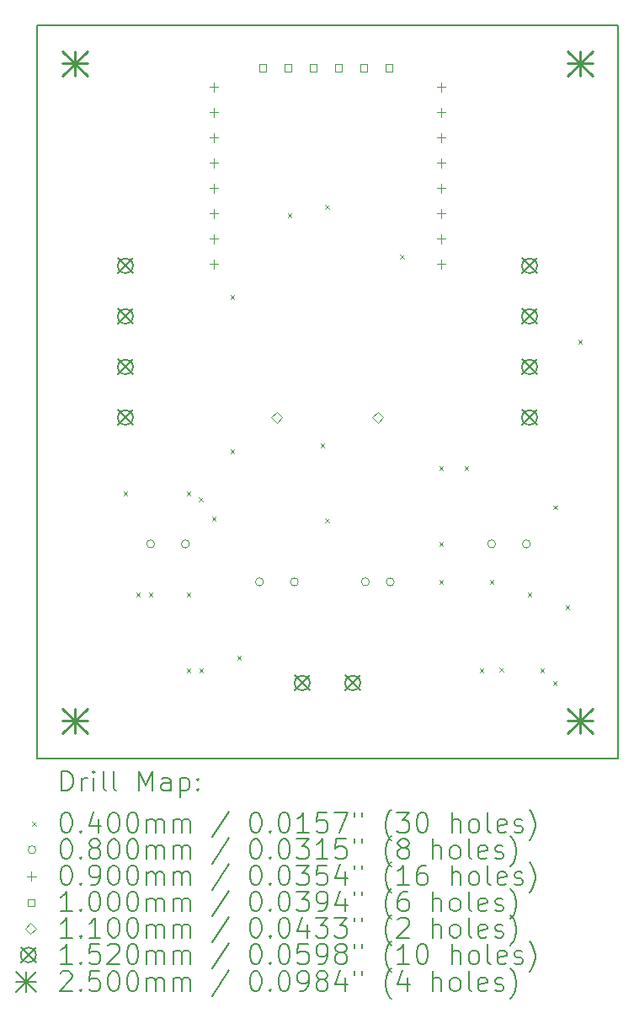
<source format=gbr>
%TF.GenerationSoftware,KiCad,Pcbnew,(6.0.8)*%
%TF.CreationDate,2022-12-02T13:55:46+01:00*%
%TF.ProjectId,xy-systeem,78792d73-7973-4746-9565-6d2e6b696361,rev?*%
%TF.SameCoordinates,Original*%
%TF.FileFunction,Drillmap*%
%TF.FilePolarity,Positive*%
%FSLAX45Y45*%
G04 Gerber Fmt 4.5, Leading zero omitted, Abs format (unit mm)*
G04 Created by KiCad (PCBNEW (6.0.8)) date 2022-12-02 13:55:46*
%MOMM*%
%LPD*%
G01*
G04 APERTURE LIST*
%ADD10C,0.200000*%
%ADD11C,0.040000*%
%ADD12C,0.080000*%
%ADD13C,0.090000*%
%ADD14C,0.100000*%
%ADD15C,0.110000*%
%ADD16C,0.152000*%
%ADD17C,0.250000*%
G04 APERTURE END LIST*
D10*
X11430000Y-14097000D02*
X17272000Y-14097000D01*
X17272000Y-14097000D02*
X17272000Y-6731000D01*
X17272000Y-6731000D02*
X11430000Y-6731000D01*
X11430000Y-6731000D02*
X11430000Y-14097000D01*
D11*
X12299000Y-11410000D02*
X12339000Y-11450000D01*
X12339000Y-11410000D02*
X12299000Y-11450000D01*
X12426000Y-12426000D02*
X12466000Y-12466000D01*
X12466000Y-12426000D02*
X12426000Y-12466000D01*
X12553000Y-12426000D02*
X12593000Y-12466000D01*
X12593000Y-12426000D02*
X12553000Y-12466000D01*
X12934000Y-11410000D02*
X12974000Y-11450000D01*
X12974000Y-11410000D02*
X12934000Y-11450000D01*
X12934000Y-12426000D02*
X12974000Y-12466000D01*
X12974000Y-12426000D02*
X12934000Y-12466000D01*
X12934000Y-13188000D02*
X12974000Y-13228000D01*
X12974000Y-13188000D02*
X12934000Y-13228000D01*
X13056413Y-11470421D02*
X13096413Y-11510421D01*
X13096413Y-11470421D02*
X13056413Y-11510421D01*
X13061000Y-13188000D02*
X13101000Y-13228000D01*
X13101000Y-13188000D02*
X13061000Y-13228000D01*
X13188000Y-11664000D02*
X13228000Y-11704000D01*
X13228000Y-11664000D02*
X13188000Y-11704000D01*
X13375460Y-9438460D02*
X13415460Y-9478460D01*
X13415460Y-9438460D02*
X13375460Y-9478460D01*
X13375460Y-10984540D02*
X13415460Y-11024540D01*
X13415460Y-10984540D02*
X13375460Y-11024540D01*
X13442000Y-13061000D02*
X13482000Y-13101000D01*
X13482000Y-13061000D02*
X13442000Y-13101000D01*
X13950000Y-8616000D02*
X13990000Y-8656000D01*
X13990000Y-8616000D02*
X13950000Y-8656000D01*
X14280000Y-10930000D02*
X14320000Y-10970000D01*
X14320000Y-10930000D02*
X14280000Y-10970000D01*
X14330000Y-8530000D02*
X14370000Y-8570000D01*
X14370000Y-8530000D02*
X14330000Y-8570000D01*
X14330000Y-11680000D02*
X14370000Y-11720000D01*
X14370000Y-11680000D02*
X14330000Y-11720000D01*
X15080000Y-9030000D02*
X15120000Y-9070000D01*
X15120000Y-9030000D02*
X15080000Y-9070000D01*
X15474000Y-11156000D02*
X15514000Y-11196000D01*
X15514000Y-11156000D02*
X15474000Y-11196000D01*
X15474000Y-11918000D02*
X15514000Y-11958000D01*
X15514000Y-11918000D02*
X15474000Y-11958000D01*
X15474000Y-12299000D02*
X15514000Y-12339000D01*
X15514000Y-12299000D02*
X15474000Y-12339000D01*
X15728000Y-11156000D02*
X15768000Y-11196000D01*
X15768000Y-11156000D02*
X15728000Y-11196000D01*
X15880000Y-13188000D02*
X15920000Y-13228000D01*
X15920000Y-13188000D02*
X15880000Y-13228000D01*
X15982000Y-12299000D02*
X16022000Y-12339000D01*
X16022000Y-12299000D02*
X15982000Y-12339000D01*
X16080000Y-13180000D02*
X16120000Y-13220000D01*
X16120000Y-13180000D02*
X16080000Y-13220000D01*
X16363000Y-12426000D02*
X16403000Y-12466000D01*
X16403000Y-12426000D02*
X16363000Y-12466000D01*
X16490000Y-13188000D02*
X16530000Y-13228000D01*
X16530000Y-13188000D02*
X16490000Y-13228000D01*
X16617000Y-13315000D02*
X16657000Y-13355000D01*
X16657000Y-13315000D02*
X16617000Y-13355000D01*
X16622061Y-11550912D02*
X16662061Y-11590912D01*
X16662061Y-11550912D02*
X16622061Y-11590912D01*
X16744000Y-12553000D02*
X16784000Y-12593000D01*
X16784000Y-12553000D02*
X16744000Y-12593000D01*
X16871000Y-9886000D02*
X16911000Y-9926000D01*
X16911000Y-9886000D02*
X16871000Y-9926000D01*
D12*
X12613000Y-11938000D02*
G75*
G03*
X12613000Y-11938000I-40000J0D01*
G01*
X12963000Y-11938000D02*
G75*
G03*
X12963000Y-11938000I-40000J0D01*
G01*
X13708000Y-12319000D02*
G75*
G03*
X13708000Y-12319000I-40000J0D01*
G01*
X14058000Y-12319000D02*
G75*
G03*
X14058000Y-12319000I-40000J0D01*
G01*
X14772000Y-12319000D02*
G75*
G03*
X14772000Y-12319000I-40000J0D01*
G01*
X15022000Y-12319000D02*
G75*
G03*
X15022000Y-12319000I-40000J0D01*
G01*
X16042000Y-11938000D02*
G75*
G03*
X16042000Y-11938000I-40000J0D01*
G01*
X16392000Y-11938000D02*
G75*
G03*
X16392000Y-11938000I-40000J0D01*
G01*
D13*
X13208000Y-7303000D02*
X13208000Y-7393000D01*
X13163000Y-7348000D02*
X13253000Y-7348000D01*
X13208000Y-7557000D02*
X13208000Y-7647000D01*
X13163000Y-7602000D02*
X13253000Y-7602000D01*
X13208000Y-7811000D02*
X13208000Y-7901000D01*
X13163000Y-7856000D02*
X13253000Y-7856000D01*
X13208000Y-8065000D02*
X13208000Y-8155000D01*
X13163000Y-8110000D02*
X13253000Y-8110000D01*
X13208000Y-8319000D02*
X13208000Y-8409000D01*
X13163000Y-8364000D02*
X13253000Y-8364000D01*
X13208000Y-8573000D02*
X13208000Y-8663000D01*
X13163000Y-8618000D02*
X13253000Y-8618000D01*
X13208000Y-8827000D02*
X13208000Y-8917000D01*
X13163000Y-8872000D02*
X13253000Y-8872000D01*
X13208000Y-9081000D02*
X13208000Y-9171000D01*
X13163000Y-9126000D02*
X13253000Y-9126000D01*
X15494000Y-7303000D02*
X15494000Y-7393000D01*
X15449000Y-7348000D02*
X15539000Y-7348000D01*
X15494000Y-7557000D02*
X15494000Y-7647000D01*
X15449000Y-7602000D02*
X15539000Y-7602000D01*
X15494000Y-7811000D02*
X15494000Y-7901000D01*
X15449000Y-7856000D02*
X15539000Y-7856000D01*
X15494000Y-8065000D02*
X15494000Y-8155000D01*
X15449000Y-8110000D02*
X15539000Y-8110000D01*
X15494000Y-8319000D02*
X15494000Y-8409000D01*
X15449000Y-8364000D02*
X15539000Y-8364000D01*
X15494000Y-8573000D02*
X15494000Y-8663000D01*
X15449000Y-8618000D02*
X15539000Y-8618000D01*
X15494000Y-8827000D02*
X15494000Y-8917000D01*
X15449000Y-8872000D02*
X15539000Y-8872000D01*
X15494000Y-9081000D02*
X15494000Y-9171000D01*
X15449000Y-9126000D02*
X15539000Y-9126000D01*
D14*
X13736724Y-7189542D02*
X13736724Y-7118830D01*
X13666012Y-7118830D01*
X13666012Y-7189542D01*
X13736724Y-7189542D01*
X13990724Y-7189542D02*
X13990724Y-7118830D01*
X13920012Y-7118830D01*
X13920012Y-7189542D01*
X13990724Y-7189542D01*
X14244724Y-7189542D02*
X14244724Y-7118830D01*
X14174012Y-7118830D01*
X14174012Y-7189542D01*
X14244724Y-7189542D01*
X14498724Y-7189542D02*
X14498724Y-7118830D01*
X14428012Y-7118830D01*
X14428012Y-7189542D01*
X14498724Y-7189542D01*
X14752724Y-7189542D02*
X14752724Y-7118830D01*
X14682012Y-7118830D01*
X14682012Y-7189542D01*
X14752724Y-7189542D01*
X15006724Y-7189542D02*
X15006724Y-7118830D01*
X14936012Y-7118830D01*
X14936012Y-7189542D01*
X15006724Y-7189542D01*
D15*
X13843000Y-10723000D02*
X13898000Y-10668000D01*
X13843000Y-10613000D01*
X13788000Y-10668000D01*
X13843000Y-10723000D01*
X14859000Y-10723000D02*
X14914000Y-10668000D01*
X14859000Y-10613000D01*
X14804000Y-10668000D01*
X14859000Y-10723000D01*
D16*
X12243000Y-9068000D02*
X12395000Y-9220000D01*
X12395000Y-9068000D02*
X12243000Y-9220000D01*
X12395000Y-9144000D02*
G75*
G03*
X12395000Y-9144000I-76000J0D01*
G01*
X12243000Y-9576000D02*
X12395000Y-9728000D01*
X12395000Y-9576000D02*
X12243000Y-9728000D01*
X12395000Y-9652000D02*
G75*
G03*
X12395000Y-9652000I-76000J0D01*
G01*
X12243000Y-10084000D02*
X12395000Y-10236000D01*
X12395000Y-10084000D02*
X12243000Y-10236000D01*
X12395000Y-10160000D02*
G75*
G03*
X12395000Y-10160000I-76000J0D01*
G01*
X12243000Y-10592000D02*
X12395000Y-10744000D01*
X12395000Y-10592000D02*
X12243000Y-10744000D01*
X12395000Y-10668000D02*
G75*
G03*
X12395000Y-10668000I-76000J0D01*
G01*
X14021000Y-13259000D02*
X14173000Y-13411000D01*
X14173000Y-13259000D02*
X14021000Y-13411000D01*
X14173000Y-13335000D02*
G75*
G03*
X14173000Y-13335000I-76000J0D01*
G01*
X14529000Y-13259000D02*
X14681000Y-13411000D01*
X14681000Y-13259000D02*
X14529000Y-13411000D01*
X14681000Y-13335000D02*
G75*
G03*
X14681000Y-13335000I-76000J0D01*
G01*
X16307000Y-9068000D02*
X16459000Y-9220000D01*
X16459000Y-9068000D02*
X16307000Y-9220000D01*
X16459000Y-9144000D02*
G75*
G03*
X16459000Y-9144000I-76000J0D01*
G01*
X16307000Y-9576000D02*
X16459000Y-9728000D01*
X16459000Y-9576000D02*
X16307000Y-9728000D01*
X16459000Y-9652000D02*
G75*
G03*
X16459000Y-9652000I-76000J0D01*
G01*
X16307000Y-10084000D02*
X16459000Y-10236000D01*
X16459000Y-10084000D02*
X16307000Y-10236000D01*
X16459000Y-10160000D02*
G75*
G03*
X16459000Y-10160000I-76000J0D01*
G01*
X16307000Y-10592000D02*
X16459000Y-10744000D01*
X16459000Y-10592000D02*
X16307000Y-10744000D01*
X16459000Y-10668000D02*
G75*
G03*
X16459000Y-10668000I-76000J0D01*
G01*
D17*
X11686000Y-6987000D02*
X11936000Y-7237000D01*
X11936000Y-6987000D02*
X11686000Y-7237000D01*
X11811000Y-6987000D02*
X11811000Y-7237000D01*
X11686000Y-7112000D02*
X11936000Y-7112000D01*
X11686000Y-13591000D02*
X11936000Y-13841000D01*
X11936000Y-13591000D02*
X11686000Y-13841000D01*
X11811000Y-13591000D02*
X11811000Y-13841000D01*
X11686000Y-13716000D02*
X11936000Y-13716000D01*
X16766000Y-6987000D02*
X17016000Y-7237000D01*
X17016000Y-6987000D02*
X16766000Y-7237000D01*
X16891000Y-6987000D02*
X16891000Y-7237000D01*
X16766000Y-7112000D02*
X17016000Y-7112000D01*
X16766000Y-13591000D02*
X17016000Y-13841000D01*
X17016000Y-13591000D02*
X16766000Y-13841000D01*
X16891000Y-13591000D02*
X16891000Y-13841000D01*
X16766000Y-13716000D02*
X17016000Y-13716000D01*
D10*
X11677619Y-14417476D02*
X11677619Y-14217476D01*
X11725238Y-14217476D01*
X11753809Y-14227000D01*
X11772857Y-14246048D01*
X11782381Y-14265095D01*
X11791905Y-14303190D01*
X11791905Y-14331762D01*
X11782381Y-14369857D01*
X11772857Y-14388905D01*
X11753809Y-14407952D01*
X11725238Y-14417476D01*
X11677619Y-14417476D01*
X11877619Y-14417476D02*
X11877619Y-14284143D01*
X11877619Y-14322238D02*
X11887143Y-14303190D01*
X11896667Y-14293667D01*
X11915714Y-14284143D01*
X11934762Y-14284143D01*
X12001428Y-14417476D02*
X12001428Y-14284143D01*
X12001428Y-14217476D02*
X11991905Y-14227000D01*
X12001428Y-14236524D01*
X12010952Y-14227000D01*
X12001428Y-14217476D01*
X12001428Y-14236524D01*
X12125238Y-14417476D02*
X12106190Y-14407952D01*
X12096667Y-14388905D01*
X12096667Y-14217476D01*
X12230000Y-14417476D02*
X12210952Y-14407952D01*
X12201428Y-14388905D01*
X12201428Y-14217476D01*
X12458571Y-14417476D02*
X12458571Y-14217476D01*
X12525238Y-14360333D01*
X12591905Y-14217476D01*
X12591905Y-14417476D01*
X12772857Y-14417476D02*
X12772857Y-14312714D01*
X12763333Y-14293667D01*
X12744286Y-14284143D01*
X12706190Y-14284143D01*
X12687143Y-14293667D01*
X12772857Y-14407952D02*
X12753809Y-14417476D01*
X12706190Y-14417476D01*
X12687143Y-14407952D01*
X12677619Y-14388905D01*
X12677619Y-14369857D01*
X12687143Y-14350809D01*
X12706190Y-14341286D01*
X12753809Y-14341286D01*
X12772857Y-14331762D01*
X12868095Y-14284143D02*
X12868095Y-14484143D01*
X12868095Y-14293667D02*
X12887143Y-14284143D01*
X12925238Y-14284143D01*
X12944286Y-14293667D01*
X12953809Y-14303190D01*
X12963333Y-14322238D01*
X12963333Y-14379381D01*
X12953809Y-14398428D01*
X12944286Y-14407952D01*
X12925238Y-14417476D01*
X12887143Y-14417476D01*
X12868095Y-14407952D01*
X13049048Y-14398428D02*
X13058571Y-14407952D01*
X13049048Y-14417476D01*
X13039524Y-14407952D01*
X13049048Y-14398428D01*
X13049048Y-14417476D01*
X13049048Y-14293667D02*
X13058571Y-14303190D01*
X13049048Y-14312714D01*
X13039524Y-14303190D01*
X13049048Y-14293667D01*
X13049048Y-14312714D01*
D11*
X11380000Y-14727000D02*
X11420000Y-14767000D01*
X11420000Y-14727000D02*
X11380000Y-14767000D01*
D10*
X11715714Y-14637476D02*
X11734762Y-14637476D01*
X11753809Y-14647000D01*
X11763333Y-14656524D01*
X11772857Y-14675571D01*
X11782381Y-14713667D01*
X11782381Y-14761286D01*
X11772857Y-14799381D01*
X11763333Y-14818428D01*
X11753809Y-14827952D01*
X11734762Y-14837476D01*
X11715714Y-14837476D01*
X11696667Y-14827952D01*
X11687143Y-14818428D01*
X11677619Y-14799381D01*
X11668095Y-14761286D01*
X11668095Y-14713667D01*
X11677619Y-14675571D01*
X11687143Y-14656524D01*
X11696667Y-14647000D01*
X11715714Y-14637476D01*
X11868095Y-14818428D02*
X11877619Y-14827952D01*
X11868095Y-14837476D01*
X11858571Y-14827952D01*
X11868095Y-14818428D01*
X11868095Y-14837476D01*
X12049048Y-14704143D02*
X12049048Y-14837476D01*
X12001428Y-14627952D02*
X11953809Y-14770809D01*
X12077619Y-14770809D01*
X12191905Y-14637476D02*
X12210952Y-14637476D01*
X12230000Y-14647000D01*
X12239524Y-14656524D01*
X12249048Y-14675571D01*
X12258571Y-14713667D01*
X12258571Y-14761286D01*
X12249048Y-14799381D01*
X12239524Y-14818428D01*
X12230000Y-14827952D01*
X12210952Y-14837476D01*
X12191905Y-14837476D01*
X12172857Y-14827952D01*
X12163333Y-14818428D01*
X12153809Y-14799381D01*
X12144286Y-14761286D01*
X12144286Y-14713667D01*
X12153809Y-14675571D01*
X12163333Y-14656524D01*
X12172857Y-14647000D01*
X12191905Y-14637476D01*
X12382381Y-14637476D02*
X12401428Y-14637476D01*
X12420476Y-14647000D01*
X12430000Y-14656524D01*
X12439524Y-14675571D01*
X12449048Y-14713667D01*
X12449048Y-14761286D01*
X12439524Y-14799381D01*
X12430000Y-14818428D01*
X12420476Y-14827952D01*
X12401428Y-14837476D01*
X12382381Y-14837476D01*
X12363333Y-14827952D01*
X12353809Y-14818428D01*
X12344286Y-14799381D01*
X12334762Y-14761286D01*
X12334762Y-14713667D01*
X12344286Y-14675571D01*
X12353809Y-14656524D01*
X12363333Y-14647000D01*
X12382381Y-14637476D01*
X12534762Y-14837476D02*
X12534762Y-14704143D01*
X12534762Y-14723190D02*
X12544286Y-14713667D01*
X12563333Y-14704143D01*
X12591905Y-14704143D01*
X12610952Y-14713667D01*
X12620476Y-14732714D01*
X12620476Y-14837476D01*
X12620476Y-14732714D02*
X12630000Y-14713667D01*
X12649048Y-14704143D01*
X12677619Y-14704143D01*
X12696667Y-14713667D01*
X12706190Y-14732714D01*
X12706190Y-14837476D01*
X12801428Y-14837476D02*
X12801428Y-14704143D01*
X12801428Y-14723190D02*
X12810952Y-14713667D01*
X12830000Y-14704143D01*
X12858571Y-14704143D01*
X12877619Y-14713667D01*
X12887143Y-14732714D01*
X12887143Y-14837476D01*
X12887143Y-14732714D02*
X12896667Y-14713667D01*
X12915714Y-14704143D01*
X12944286Y-14704143D01*
X12963333Y-14713667D01*
X12972857Y-14732714D01*
X12972857Y-14837476D01*
X13363333Y-14627952D02*
X13191905Y-14885095D01*
X13620476Y-14637476D02*
X13639524Y-14637476D01*
X13658571Y-14647000D01*
X13668095Y-14656524D01*
X13677619Y-14675571D01*
X13687143Y-14713667D01*
X13687143Y-14761286D01*
X13677619Y-14799381D01*
X13668095Y-14818428D01*
X13658571Y-14827952D01*
X13639524Y-14837476D01*
X13620476Y-14837476D01*
X13601428Y-14827952D01*
X13591905Y-14818428D01*
X13582381Y-14799381D01*
X13572857Y-14761286D01*
X13572857Y-14713667D01*
X13582381Y-14675571D01*
X13591905Y-14656524D01*
X13601428Y-14647000D01*
X13620476Y-14637476D01*
X13772857Y-14818428D02*
X13782381Y-14827952D01*
X13772857Y-14837476D01*
X13763333Y-14827952D01*
X13772857Y-14818428D01*
X13772857Y-14837476D01*
X13906190Y-14637476D02*
X13925238Y-14637476D01*
X13944286Y-14647000D01*
X13953809Y-14656524D01*
X13963333Y-14675571D01*
X13972857Y-14713667D01*
X13972857Y-14761286D01*
X13963333Y-14799381D01*
X13953809Y-14818428D01*
X13944286Y-14827952D01*
X13925238Y-14837476D01*
X13906190Y-14837476D01*
X13887143Y-14827952D01*
X13877619Y-14818428D01*
X13868095Y-14799381D01*
X13858571Y-14761286D01*
X13858571Y-14713667D01*
X13868095Y-14675571D01*
X13877619Y-14656524D01*
X13887143Y-14647000D01*
X13906190Y-14637476D01*
X14163333Y-14837476D02*
X14049048Y-14837476D01*
X14106190Y-14837476D02*
X14106190Y-14637476D01*
X14087143Y-14666048D01*
X14068095Y-14685095D01*
X14049048Y-14694619D01*
X14344286Y-14637476D02*
X14249048Y-14637476D01*
X14239524Y-14732714D01*
X14249048Y-14723190D01*
X14268095Y-14713667D01*
X14315714Y-14713667D01*
X14334762Y-14723190D01*
X14344286Y-14732714D01*
X14353809Y-14751762D01*
X14353809Y-14799381D01*
X14344286Y-14818428D01*
X14334762Y-14827952D01*
X14315714Y-14837476D01*
X14268095Y-14837476D01*
X14249048Y-14827952D01*
X14239524Y-14818428D01*
X14420476Y-14637476D02*
X14553809Y-14637476D01*
X14468095Y-14837476D01*
X14620476Y-14637476D02*
X14620476Y-14675571D01*
X14696667Y-14637476D02*
X14696667Y-14675571D01*
X14991905Y-14913667D02*
X14982381Y-14904143D01*
X14963333Y-14875571D01*
X14953809Y-14856524D01*
X14944286Y-14827952D01*
X14934762Y-14780333D01*
X14934762Y-14742238D01*
X14944286Y-14694619D01*
X14953809Y-14666048D01*
X14963333Y-14647000D01*
X14982381Y-14618428D01*
X14991905Y-14608905D01*
X15049048Y-14637476D02*
X15172857Y-14637476D01*
X15106190Y-14713667D01*
X15134762Y-14713667D01*
X15153809Y-14723190D01*
X15163333Y-14732714D01*
X15172857Y-14751762D01*
X15172857Y-14799381D01*
X15163333Y-14818428D01*
X15153809Y-14827952D01*
X15134762Y-14837476D01*
X15077619Y-14837476D01*
X15058571Y-14827952D01*
X15049048Y-14818428D01*
X15296667Y-14637476D02*
X15315714Y-14637476D01*
X15334762Y-14647000D01*
X15344286Y-14656524D01*
X15353809Y-14675571D01*
X15363333Y-14713667D01*
X15363333Y-14761286D01*
X15353809Y-14799381D01*
X15344286Y-14818428D01*
X15334762Y-14827952D01*
X15315714Y-14837476D01*
X15296667Y-14837476D01*
X15277619Y-14827952D01*
X15268095Y-14818428D01*
X15258571Y-14799381D01*
X15249048Y-14761286D01*
X15249048Y-14713667D01*
X15258571Y-14675571D01*
X15268095Y-14656524D01*
X15277619Y-14647000D01*
X15296667Y-14637476D01*
X15601428Y-14837476D02*
X15601428Y-14637476D01*
X15687143Y-14837476D02*
X15687143Y-14732714D01*
X15677619Y-14713667D01*
X15658571Y-14704143D01*
X15630000Y-14704143D01*
X15610952Y-14713667D01*
X15601428Y-14723190D01*
X15810952Y-14837476D02*
X15791905Y-14827952D01*
X15782381Y-14818428D01*
X15772857Y-14799381D01*
X15772857Y-14742238D01*
X15782381Y-14723190D01*
X15791905Y-14713667D01*
X15810952Y-14704143D01*
X15839524Y-14704143D01*
X15858571Y-14713667D01*
X15868095Y-14723190D01*
X15877619Y-14742238D01*
X15877619Y-14799381D01*
X15868095Y-14818428D01*
X15858571Y-14827952D01*
X15839524Y-14837476D01*
X15810952Y-14837476D01*
X15991905Y-14837476D02*
X15972857Y-14827952D01*
X15963333Y-14808905D01*
X15963333Y-14637476D01*
X16144286Y-14827952D02*
X16125238Y-14837476D01*
X16087143Y-14837476D01*
X16068095Y-14827952D01*
X16058571Y-14808905D01*
X16058571Y-14732714D01*
X16068095Y-14713667D01*
X16087143Y-14704143D01*
X16125238Y-14704143D01*
X16144286Y-14713667D01*
X16153809Y-14732714D01*
X16153809Y-14751762D01*
X16058571Y-14770809D01*
X16230000Y-14827952D02*
X16249048Y-14837476D01*
X16287143Y-14837476D01*
X16306190Y-14827952D01*
X16315714Y-14808905D01*
X16315714Y-14799381D01*
X16306190Y-14780333D01*
X16287143Y-14770809D01*
X16258571Y-14770809D01*
X16239524Y-14761286D01*
X16230000Y-14742238D01*
X16230000Y-14732714D01*
X16239524Y-14713667D01*
X16258571Y-14704143D01*
X16287143Y-14704143D01*
X16306190Y-14713667D01*
X16382381Y-14913667D02*
X16391905Y-14904143D01*
X16410952Y-14875571D01*
X16420476Y-14856524D01*
X16430000Y-14827952D01*
X16439524Y-14780333D01*
X16439524Y-14742238D01*
X16430000Y-14694619D01*
X16420476Y-14666048D01*
X16410952Y-14647000D01*
X16391905Y-14618428D01*
X16382381Y-14608905D01*
D12*
X11420000Y-15011000D02*
G75*
G03*
X11420000Y-15011000I-40000J0D01*
G01*
D10*
X11715714Y-14901476D02*
X11734762Y-14901476D01*
X11753809Y-14911000D01*
X11763333Y-14920524D01*
X11772857Y-14939571D01*
X11782381Y-14977667D01*
X11782381Y-15025286D01*
X11772857Y-15063381D01*
X11763333Y-15082428D01*
X11753809Y-15091952D01*
X11734762Y-15101476D01*
X11715714Y-15101476D01*
X11696667Y-15091952D01*
X11687143Y-15082428D01*
X11677619Y-15063381D01*
X11668095Y-15025286D01*
X11668095Y-14977667D01*
X11677619Y-14939571D01*
X11687143Y-14920524D01*
X11696667Y-14911000D01*
X11715714Y-14901476D01*
X11868095Y-15082428D02*
X11877619Y-15091952D01*
X11868095Y-15101476D01*
X11858571Y-15091952D01*
X11868095Y-15082428D01*
X11868095Y-15101476D01*
X11991905Y-14987190D02*
X11972857Y-14977667D01*
X11963333Y-14968143D01*
X11953809Y-14949095D01*
X11953809Y-14939571D01*
X11963333Y-14920524D01*
X11972857Y-14911000D01*
X11991905Y-14901476D01*
X12030000Y-14901476D01*
X12049048Y-14911000D01*
X12058571Y-14920524D01*
X12068095Y-14939571D01*
X12068095Y-14949095D01*
X12058571Y-14968143D01*
X12049048Y-14977667D01*
X12030000Y-14987190D01*
X11991905Y-14987190D01*
X11972857Y-14996714D01*
X11963333Y-15006238D01*
X11953809Y-15025286D01*
X11953809Y-15063381D01*
X11963333Y-15082428D01*
X11972857Y-15091952D01*
X11991905Y-15101476D01*
X12030000Y-15101476D01*
X12049048Y-15091952D01*
X12058571Y-15082428D01*
X12068095Y-15063381D01*
X12068095Y-15025286D01*
X12058571Y-15006238D01*
X12049048Y-14996714D01*
X12030000Y-14987190D01*
X12191905Y-14901476D02*
X12210952Y-14901476D01*
X12230000Y-14911000D01*
X12239524Y-14920524D01*
X12249048Y-14939571D01*
X12258571Y-14977667D01*
X12258571Y-15025286D01*
X12249048Y-15063381D01*
X12239524Y-15082428D01*
X12230000Y-15091952D01*
X12210952Y-15101476D01*
X12191905Y-15101476D01*
X12172857Y-15091952D01*
X12163333Y-15082428D01*
X12153809Y-15063381D01*
X12144286Y-15025286D01*
X12144286Y-14977667D01*
X12153809Y-14939571D01*
X12163333Y-14920524D01*
X12172857Y-14911000D01*
X12191905Y-14901476D01*
X12382381Y-14901476D02*
X12401428Y-14901476D01*
X12420476Y-14911000D01*
X12430000Y-14920524D01*
X12439524Y-14939571D01*
X12449048Y-14977667D01*
X12449048Y-15025286D01*
X12439524Y-15063381D01*
X12430000Y-15082428D01*
X12420476Y-15091952D01*
X12401428Y-15101476D01*
X12382381Y-15101476D01*
X12363333Y-15091952D01*
X12353809Y-15082428D01*
X12344286Y-15063381D01*
X12334762Y-15025286D01*
X12334762Y-14977667D01*
X12344286Y-14939571D01*
X12353809Y-14920524D01*
X12363333Y-14911000D01*
X12382381Y-14901476D01*
X12534762Y-15101476D02*
X12534762Y-14968143D01*
X12534762Y-14987190D02*
X12544286Y-14977667D01*
X12563333Y-14968143D01*
X12591905Y-14968143D01*
X12610952Y-14977667D01*
X12620476Y-14996714D01*
X12620476Y-15101476D01*
X12620476Y-14996714D02*
X12630000Y-14977667D01*
X12649048Y-14968143D01*
X12677619Y-14968143D01*
X12696667Y-14977667D01*
X12706190Y-14996714D01*
X12706190Y-15101476D01*
X12801428Y-15101476D02*
X12801428Y-14968143D01*
X12801428Y-14987190D02*
X12810952Y-14977667D01*
X12830000Y-14968143D01*
X12858571Y-14968143D01*
X12877619Y-14977667D01*
X12887143Y-14996714D01*
X12887143Y-15101476D01*
X12887143Y-14996714D02*
X12896667Y-14977667D01*
X12915714Y-14968143D01*
X12944286Y-14968143D01*
X12963333Y-14977667D01*
X12972857Y-14996714D01*
X12972857Y-15101476D01*
X13363333Y-14891952D02*
X13191905Y-15149095D01*
X13620476Y-14901476D02*
X13639524Y-14901476D01*
X13658571Y-14911000D01*
X13668095Y-14920524D01*
X13677619Y-14939571D01*
X13687143Y-14977667D01*
X13687143Y-15025286D01*
X13677619Y-15063381D01*
X13668095Y-15082428D01*
X13658571Y-15091952D01*
X13639524Y-15101476D01*
X13620476Y-15101476D01*
X13601428Y-15091952D01*
X13591905Y-15082428D01*
X13582381Y-15063381D01*
X13572857Y-15025286D01*
X13572857Y-14977667D01*
X13582381Y-14939571D01*
X13591905Y-14920524D01*
X13601428Y-14911000D01*
X13620476Y-14901476D01*
X13772857Y-15082428D02*
X13782381Y-15091952D01*
X13772857Y-15101476D01*
X13763333Y-15091952D01*
X13772857Y-15082428D01*
X13772857Y-15101476D01*
X13906190Y-14901476D02*
X13925238Y-14901476D01*
X13944286Y-14911000D01*
X13953809Y-14920524D01*
X13963333Y-14939571D01*
X13972857Y-14977667D01*
X13972857Y-15025286D01*
X13963333Y-15063381D01*
X13953809Y-15082428D01*
X13944286Y-15091952D01*
X13925238Y-15101476D01*
X13906190Y-15101476D01*
X13887143Y-15091952D01*
X13877619Y-15082428D01*
X13868095Y-15063381D01*
X13858571Y-15025286D01*
X13858571Y-14977667D01*
X13868095Y-14939571D01*
X13877619Y-14920524D01*
X13887143Y-14911000D01*
X13906190Y-14901476D01*
X14039524Y-14901476D02*
X14163333Y-14901476D01*
X14096667Y-14977667D01*
X14125238Y-14977667D01*
X14144286Y-14987190D01*
X14153809Y-14996714D01*
X14163333Y-15015762D01*
X14163333Y-15063381D01*
X14153809Y-15082428D01*
X14144286Y-15091952D01*
X14125238Y-15101476D01*
X14068095Y-15101476D01*
X14049048Y-15091952D01*
X14039524Y-15082428D01*
X14353809Y-15101476D02*
X14239524Y-15101476D01*
X14296667Y-15101476D02*
X14296667Y-14901476D01*
X14277619Y-14930048D01*
X14258571Y-14949095D01*
X14239524Y-14958619D01*
X14534762Y-14901476D02*
X14439524Y-14901476D01*
X14430000Y-14996714D01*
X14439524Y-14987190D01*
X14458571Y-14977667D01*
X14506190Y-14977667D01*
X14525238Y-14987190D01*
X14534762Y-14996714D01*
X14544286Y-15015762D01*
X14544286Y-15063381D01*
X14534762Y-15082428D01*
X14525238Y-15091952D01*
X14506190Y-15101476D01*
X14458571Y-15101476D01*
X14439524Y-15091952D01*
X14430000Y-15082428D01*
X14620476Y-14901476D02*
X14620476Y-14939571D01*
X14696667Y-14901476D02*
X14696667Y-14939571D01*
X14991905Y-15177667D02*
X14982381Y-15168143D01*
X14963333Y-15139571D01*
X14953809Y-15120524D01*
X14944286Y-15091952D01*
X14934762Y-15044333D01*
X14934762Y-15006238D01*
X14944286Y-14958619D01*
X14953809Y-14930048D01*
X14963333Y-14911000D01*
X14982381Y-14882428D01*
X14991905Y-14872905D01*
X15096667Y-14987190D02*
X15077619Y-14977667D01*
X15068095Y-14968143D01*
X15058571Y-14949095D01*
X15058571Y-14939571D01*
X15068095Y-14920524D01*
X15077619Y-14911000D01*
X15096667Y-14901476D01*
X15134762Y-14901476D01*
X15153809Y-14911000D01*
X15163333Y-14920524D01*
X15172857Y-14939571D01*
X15172857Y-14949095D01*
X15163333Y-14968143D01*
X15153809Y-14977667D01*
X15134762Y-14987190D01*
X15096667Y-14987190D01*
X15077619Y-14996714D01*
X15068095Y-15006238D01*
X15058571Y-15025286D01*
X15058571Y-15063381D01*
X15068095Y-15082428D01*
X15077619Y-15091952D01*
X15096667Y-15101476D01*
X15134762Y-15101476D01*
X15153809Y-15091952D01*
X15163333Y-15082428D01*
X15172857Y-15063381D01*
X15172857Y-15025286D01*
X15163333Y-15006238D01*
X15153809Y-14996714D01*
X15134762Y-14987190D01*
X15410952Y-15101476D02*
X15410952Y-14901476D01*
X15496667Y-15101476D02*
X15496667Y-14996714D01*
X15487143Y-14977667D01*
X15468095Y-14968143D01*
X15439524Y-14968143D01*
X15420476Y-14977667D01*
X15410952Y-14987190D01*
X15620476Y-15101476D02*
X15601428Y-15091952D01*
X15591905Y-15082428D01*
X15582381Y-15063381D01*
X15582381Y-15006238D01*
X15591905Y-14987190D01*
X15601428Y-14977667D01*
X15620476Y-14968143D01*
X15649048Y-14968143D01*
X15668095Y-14977667D01*
X15677619Y-14987190D01*
X15687143Y-15006238D01*
X15687143Y-15063381D01*
X15677619Y-15082428D01*
X15668095Y-15091952D01*
X15649048Y-15101476D01*
X15620476Y-15101476D01*
X15801428Y-15101476D02*
X15782381Y-15091952D01*
X15772857Y-15072905D01*
X15772857Y-14901476D01*
X15953809Y-15091952D02*
X15934762Y-15101476D01*
X15896667Y-15101476D01*
X15877619Y-15091952D01*
X15868095Y-15072905D01*
X15868095Y-14996714D01*
X15877619Y-14977667D01*
X15896667Y-14968143D01*
X15934762Y-14968143D01*
X15953809Y-14977667D01*
X15963333Y-14996714D01*
X15963333Y-15015762D01*
X15868095Y-15034809D01*
X16039524Y-15091952D02*
X16058571Y-15101476D01*
X16096667Y-15101476D01*
X16115714Y-15091952D01*
X16125238Y-15072905D01*
X16125238Y-15063381D01*
X16115714Y-15044333D01*
X16096667Y-15034809D01*
X16068095Y-15034809D01*
X16049048Y-15025286D01*
X16039524Y-15006238D01*
X16039524Y-14996714D01*
X16049048Y-14977667D01*
X16068095Y-14968143D01*
X16096667Y-14968143D01*
X16115714Y-14977667D01*
X16191905Y-15177667D02*
X16201428Y-15168143D01*
X16220476Y-15139571D01*
X16230000Y-15120524D01*
X16239524Y-15091952D01*
X16249048Y-15044333D01*
X16249048Y-15006238D01*
X16239524Y-14958619D01*
X16230000Y-14930048D01*
X16220476Y-14911000D01*
X16201428Y-14882428D01*
X16191905Y-14872905D01*
D13*
X11375000Y-15230000D02*
X11375000Y-15320000D01*
X11330000Y-15275000D02*
X11420000Y-15275000D01*
D10*
X11715714Y-15165476D02*
X11734762Y-15165476D01*
X11753809Y-15175000D01*
X11763333Y-15184524D01*
X11772857Y-15203571D01*
X11782381Y-15241667D01*
X11782381Y-15289286D01*
X11772857Y-15327381D01*
X11763333Y-15346428D01*
X11753809Y-15355952D01*
X11734762Y-15365476D01*
X11715714Y-15365476D01*
X11696667Y-15355952D01*
X11687143Y-15346428D01*
X11677619Y-15327381D01*
X11668095Y-15289286D01*
X11668095Y-15241667D01*
X11677619Y-15203571D01*
X11687143Y-15184524D01*
X11696667Y-15175000D01*
X11715714Y-15165476D01*
X11868095Y-15346428D02*
X11877619Y-15355952D01*
X11868095Y-15365476D01*
X11858571Y-15355952D01*
X11868095Y-15346428D01*
X11868095Y-15365476D01*
X11972857Y-15365476D02*
X12010952Y-15365476D01*
X12030000Y-15355952D01*
X12039524Y-15346428D01*
X12058571Y-15317857D01*
X12068095Y-15279762D01*
X12068095Y-15203571D01*
X12058571Y-15184524D01*
X12049048Y-15175000D01*
X12030000Y-15165476D01*
X11991905Y-15165476D01*
X11972857Y-15175000D01*
X11963333Y-15184524D01*
X11953809Y-15203571D01*
X11953809Y-15251190D01*
X11963333Y-15270238D01*
X11972857Y-15279762D01*
X11991905Y-15289286D01*
X12030000Y-15289286D01*
X12049048Y-15279762D01*
X12058571Y-15270238D01*
X12068095Y-15251190D01*
X12191905Y-15165476D02*
X12210952Y-15165476D01*
X12230000Y-15175000D01*
X12239524Y-15184524D01*
X12249048Y-15203571D01*
X12258571Y-15241667D01*
X12258571Y-15289286D01*
X12249048Y-15327381D01*
X12239524Y-15346428D01*
X12230000Y-15355952D01*
X12210952Y-15365476D01*
X12191905Y-15365476D01*
X12172857Y-15355952D01*
X12163333Y-15346428D01*
X12153809Y-15327381D01*
X12144286Y-15289286D01*
X12144286Y-15241667D01*
X12153809Y-15203571D01*
X12163333Y-15184524D01*
X12172857Y-15175000D01*
X12191905Y-15165476D01*
X12382381Y-15165476D02*
X12401428Y-15165476D01*
X12420476Y-15175000D01*
X12430000Y-15184524D01*
X12439524Y-15203571D01*
X12449048Y-15241667D01*
X12449048Y-15289286D01*
X12439524Y-15327381D01*
X12430000Y-15346428D01*
X12420476Y-15355952D01*
X12401428Y-15365476D01*
X12382381Y-15365476D01*
X12363333Y-15355952D01*
X12353809Y-15346428D01*
X12344286Y-15327381D01*
X12334762Y-15289286D01*
X12334762Y-15241667D01*
X12344286Y-15203571D01*
X12353809Y-15184524D01*
X12363333Y-15175000D01*
X12382381Y-15165476D01*
X12534762Y-15365476D02*
X12534762Y-15232143D01*
X12534762Y-15251190D02*
X12544286Y-15241667D01*
X12563333Y-15232143D01*
X12591905Y-15232143D01*
X12610952Y-15241667D01*
X12620476Y-15260714D01*
X12620476Y-15365476D01*
X12620476Y-15260714D02*
X12630000Y-15241667D01*
X12649048Y-15232143D01*
X12677619Y-15232143D01*
X12696667Y-15241667D01*
X12706190Y-15260714D01*
X12706190Y-15365476D01*
X12801428Y-15365476D02*
X12801428Y-15232143D01*
X12801428Y-15251190D02*
X12810952Y-15241667D01*
X12830000Y-15232143D01*
X12858571Y-15232143D01*
X12877619Y-15241667D01*
X12887143Y-15260714D01*
X12887143Y-15365476D01*
X12887143Y-15260714D02*
X12896667Y-15241667D01*
X12915714Y-15232143D01*
X12944286Y-15232143D01*
X12963333Y-15241667D01*
X12972857Y-15260714D01*
X12972857Y-15365476D01*
X13363333Y-15155952D02*
X13191905Y-15413095D01*
X13620476Y-15165476D02*
X13639524Y-15165476D01*
X13658571Y-15175000D01*
X13668095Y-15184524D01*
X13677619Y-15203571D01*
X13687143Y-15241667D01*
X13687143Y-15289286D01*
X13677619Y-15327381D01*
X13668095Y-15346428D01*
X13658571Y-15355952D01*
X13639524Y-15365476D01*
X13620476Y-15365476D01*
X13601428Y-15355952D01*
X13591905Y-15346428D01*
X13582381Y-15327381D01*
X13572857Y-15289286D01*
X13572857Y-15241667D01*
X13582381Y-15203571D01*
X13591905Y-15184524D01*
X13601428Y-15175000D01*
X13620476Y-15165476D01*
X13772857Y-15346428D02*
X13782381Y-15355952D01*
X13772857Y-15365476D01*
X13763333Y-15355952D01*
X13772857Y-15346428D01*
X13772857Y-15365476D01*
X13906190Y-15165476D02*
X13925238Y-15165476D01*
X13944286Y-15175000D01*
X13953809Y-15184524D01*
X13963333Y-15203571D01*
X13972857Y-15241667D01*
X13972857Y-15289286D01*
X13963333Y-15327381D01*
X13953809Y-15346428D01*
X13944286Y-15355952D01*
X13925238Y-15365476D01*
X13906190Y-15365476D01*
X13887143Y-15355952D01*
X13877619Y-15346428D01*
X13868095Y-15327381D01*
X13858571Y-15289286D01*
X13858571Y-15241667D01*
X13868095Y-15203571D01*
X13877619Y-15184524D01*
X13887143Y-15175000D01*
X13906190Y-15165476D01*
X14039524Y-15165476D02*
X14163333Y-15165476D01*
X14096667Y-15241667D01*
X14125238Y-15241667D01*
X14144286Y-15251190D01*
X14153809Y-15260714D01*
X14163333Y-15279762D01*
X14163333Y-15327381D01*
X14153809Y-15346428D01*
X14144286Y-15355952D01*
X14125238Y-15365476D01*
X14068095Y-15365476D01*
X14049048Y-15355952D01*
X14039524Y-15346428D01*
X14344286Y-15165476D02*
X14249048Y-15165476D01*
X14239524Y-15260714D01*
X14249048Y-15251190D01*
X14268095Y-15241667D01*
X14315714Y-15241667D01*
X14334762Y-15251190D01*
X14344286Y-15260714D01*
X14353809Y-15279762D01*
X14353809Y-15327381D01*
X14344286Y-15346428D01*
X14334762Y-15355952D01*
X14315714Y-15365476D01*
X14268095Y-15365476D01*
X14249048Y-15355952D01*
X14239524Y-15346428D01*
X14525238Y-15232143D02*
X14525238Y-15365476D01*
X14477619Y-15155952D02*
X14430000Y-15298809D01*
X14553809Y-15298809D01*
X14620476Y-15165476D02*
X14620476Y-15203571D01*
X14696667Y-15165476D02*
X14696667Y-15203571D01*
X14991905Y-15441667D02*
X14982381Y-15432143D01*
X14963333Y-15403571D01*
X14953809Y-15384524D01*
X14944286Y-15355952D01*
X14934762Y-15308333D01*
X14934762Y-15270238D01*
X14944286Y-15222619D01*
X14953809Y-15194048D01*
X14963333Y-15175000D01*
X14982381Y-15146428D01*
X14991905Y-15136905D01*
X15172857Y-15365476D02*
X15058571Y-15365476D01*
X15115714Y-15365476D02*
X15115714Y-15165476D01*
X15096667Y-15194048D01*
X15077619Y-15213095D01*
X15058571Y-15222619D01*
X15344286Y-15165476D02*
X15306190Y-15165476D01*
X15287143Y-15175000D01*
X15277619Y-15184524D01*
X15258571Y-15213095D01*
X15249048Y-15251190D01*
X15249048Y-15327381D01*
X15258571Y-15346428D01*
X15268095Y-15355952D01*
X15287143Y-15365476D01*
X15325238Y-15365476D01*
X15344286Y-15355952D01*
X15353809Y-15346428D01*
X15363333Y-15327381D01*
X15363333Y-15279762D01*
X15353809Y-15260714D01*
X15344286Y-15251190D01*
X15325238Y-15241667D01*
X15287143Y-15241667D01*
X15268095Y-15251190D01*
X15258571Y-15260714D01*
X15249048Y-15279762D01*
X15601428Y-15365476D02*
X15601428Y-15165476D01*
X15687143Y-15365476D02*
X15687143Y-15260714D01*
X15677619Y-15241667D01*
X15658571Y-15232143D01*
X15630000Y-15232143D01*
X15610952Y-15241667D01*
X15601428Y-15251190D01*
X15810952Y-15365476D02*
X15791905Y-15355952D01*
X15782381Y-15346428D01*
X15772857Y-15327381D01*
X15772857Y-15270238D01*
X15782381Y-15251190D01*
X15791905Y-15241667D01*
X15810952Y-15232143D01*
X15839524Y-15232143D01*
X15858571Y-15241667D01*
X15868095Y-15251190D01*
X15877619Y-15270238D01*
X15877619Y-15327381D01*
X15868095Y-15346428D01*
X15858571Y-15355952D01*
X15839524Y-15365476D01*
X15810952Y-15365476D01*
X15991905Y-15365476D02*
X15972857Y-15355952D01*
X15963333Y-15336905D01*
X15963333Y-15165476D01*
X16144286Y-15355952D02*
X16125238Y-15365476D01*
X16087143Y-15365476D01*
X16068095Y-15355952D01*
X16058571Y-15336905D01*
X16058571Y-15260714D01*
X16068095Y-15241667D01*
X16087143Y-15232143D01*
X16125238Y-15232143D01*
X16144286Y-15241667D01*
X16153809Y-15260714D01*
X16153809Y-15279762D01*
X16058571Y-15298809D01*
X16230000Y-15355952D02*
X16249048Y-15365476D01*
X16287143Y-15365476D01*
X16306190Y-15355952D01*
X16315714Y-15336905D01*
X16315714Y-15327381D01*
X16306190Y-15308333D01*
X16287143Y-15298809D01*
X16258571Y-15298809D01*
X16239524Y-15289286D01*
X16230000Y-15270238D01*
X16230000Y-15260714D01*
X16239524Y-15241667D01*
X16258571Y-15232143D01*
X16287143Y-15232143D01*
X16306190Y-15241667D01*
X16382381Y-15441667D02*
X16391905Y-15432143D01*
X16410952Y-15403571D01*
X16420476Y-15384524D01*
X16430000Y-15355952D01*
X16439524Y-15308333D01*
X16439524Y-15270238D01*
X16430000Y-15222619D01*
X16420476Y-15194048D01*
X16410952Y-15175000D01*
X16391905Y-15146428D01*
X16382381Y-15136905D01*
D14*
X11405356Y-15574356D02*
X11405356Y-15503644D01*
X11334644Y-15503644D01*
X11334644Y-15574356D01*
X11405356Y-15574356D01*
D10*
X11782381Y-15629476D02*
X11668095Y-15629476D01*
X11725238Y-15629476D02*
X11725238Y-15429476D01*
X11706190Y-15458048D01*
X11687143Y-15477095D01*
X11668095Y-15486619D01*
X11868095Y-15610428D02*
X11877619Y-15619952D01*
X11868095Y-15629476D01*
X11858571Y-15619952D01*
X11868095Y-15610428D01*
X11868095Y-15629476D01*
X12001428Y-15429476D02*
X12020476Y-15429476D01*
X12039524Y-15439000D01*
X12049048Y-15448524D01*
X12058571Y-15467571D01*
X12068095Y-15505667D01*
X12068095Y-15553286D01*
X12058571Y-15591381D01*
X12049048Y-15610428D01*
X12039524Y-15619952D01*
X12020476Y-15629476D01*
X12001428Y-15629476D01*
X11982381Y-15619952D01*
X11972857Y-15610428D01*
X11963333Y-15591381D01*
X11953809Y-15553286D01*
X11953809Y-15505667D01*
X11963333Y-15467571D01*
X11972857Y-15448524D01*
X11982381Y-15439000D01*
X12001428Y-15429476D01*
X12191905Y-15429476D02*
X12210952Y-15429476D01*
X12230000Y-15439000D01*
X12239524Y-15448524D01*
X12249048Y-15467571D01*
X12258571Y-15505667D01*
X12258571Y-15553286D01*
X12249048Y-15591381D01*
X12239524Y-15610428D01*
X12230000Y-15619952D01*
X12210952Y-15629476D01*
X12191905Y-15629476D01*
X12172857Y-15619952D01*
X12163333Y-15610428D01*
X12153809Y-15591381D01*
X12144286Y-15553286D01*
X12144286Y-15505667D01*
X12153809Y-15467571D01*
X12163333Y-15448524D01*
X12172857Y-15439000D01*
X12191905Y-15429476D01*
X12382381Y-15429476D02*
X12401428Y-15429476D01*
X12420476Y-15439000D01*
X12430000Y-15448524D01*
X12439524Y-15467571D01*
X12449048Y-15505667D01*
X12449048Y-15553286D01*
X12439524Y-15591381D01*
X12430000Y-15610428D01*
X12420476Y-15619952D01*
X12401428Y-15629476D01*
X12382381Y-15629476D01*
X12363333Y-15619952D01*
X12353809Y-15610428D01*
X12344286Y-15591381D01*
X12334762Y-15553286D01*
X12334762Y-15505667D01*
X12344286Y-15467571D01*
X12353809Y-15448524D01*
X12363333Y-15439000D01*
X12382381Y-15429476D01*
X12534762Y-15629476D02*
X12534762Y-15496143D01*
X12534762Y-15515190D02*
X12544286Y-15505667D01*
X12563333Y-15496143D01*
X12591905Y-15496143D01*
X12610952Y-15505667D01*
X12620476Y-15524714D01*
X12620476Y-15629476D01*
X12620476Y-15524714D02*
X12630000Y-15505667D01*
X12649048Y-15496143D01*
X12677619Y-15496143D01*
X12696667Y-15505667D01*
X12706190Y-15524714D01*
X12706190Y-15629476D01*
X12801428Y-15629476D02*
X12801428Y-15496143D01*
X12801428Y-15515190D02*
X12810952Y-15505667D01*
X12830000Y-15496143D01*
X12858571Y-15496143D01*
X12877619Y-15505667D01*
X12887143Y-15524714D01*
X12887143Y-15629476D01*
X12887143Y-15524714D02*
X12896667Y-15505667D01*
X12915714Y-15496143D01*
X12944286Y-15496143D01*
X12963333Y-15505667D01*
X12972857Y-15524714D01*
X12972857Y-15629476D01*
X13363333Y-15419952D02*
X13191905Y-15677095D01*
X13620476Y-15429476D02*
X13639524Y-15429476D01*
X13658571Y-15439000D01*
X13668095Y-15448524D01*
X13677619Y-15467571D01*
X13687143Y-15505667D01*
X13687143Y-15553286D01*
X13677619Y-15591381D01*
X13668095Y-15610428D01*
X13658571Y-15619952D01*
X13639524Y-15629476D01*
X13620476Y-15629476D01*
X13601428Y-15619952D01*
X13591905Y-15610428D01*
X13582381Y-15591381D01*
X13572857Y-15553286D01*
X13572857Y-15505667D01*
X13582381Y-15467571D01*
X13591905Y-15448524D01*
X13601428Y-15439000D01*
X13620476Y-15429476D01*
X13772857Y-15610428D02*
X13782381Y-15619952D01*
X13772857Y-15629476D01*
X13763333Y-15619952D01*
X13772857Y-15610428D01*
X13772857Y-15629476D01*
X13906190Y-15429476D02*
X13925238Y-15429476D01*
X13944286Y-15439000D01*
X13953809Y-15448524D01*
X13963333Y-15467571D01*
X13972857Y-15505667D01*
X13972857Y-15553286D01*
X13963333Y-15591381D01*
X13953809Y-15610428D01*
X13944286Y-15619952D01*
X13925238Y-15629476D01*
X13906190Y-15629476D01*
X13887143Y-15619952D01*
X13877619Y-15610428D01*
X13868095Y-15591381D01*
X13858571Y-15553286D01*
X13858571Y-15505667D01*
X13868095Y-15467571D01*
X13877619Y-15448524D01*
X13887143Y-15439000D01*
X13906190Y-15429476D01*
X14039524Y-15429476D02*
X14163333Y-15429476D01*
X14096667Y-15505667D01*
X14125238Y-15505667D01*
X14144286Y-15515190D01*
X14153809Y-15524714D01*
X14163333Y-15543762D01*
X14163333Y-15591381D01*
X14153809Y-15610428D01*
X14144286Y-15619952D01*
X14125238Y-15629476D01*
X14068095Y-15629476D01*
X14049048Y-15619952D01*
X14039524Y-15610428D01*
X14258571Y-15629476D02*
X14296667Y-15629476D01*
X14315714Y-15619952D01*
X14325238Y-15610428D01*
X14344286Y-15581857D01*
X14353809Y-15543762D01*
X14353809Y-15467571D01*
X14344286Y-15448524D01*
X14334762Y-15439000D01*
X14315714Y-15429476D01*
X14277619Y-15429476D01*
X14258571Y-15439000D01*
X14249048Y-15448524D01*
X14239524Y-15467571D01*
X14239524Y-15515190D01*
X14249048Y-15534238D01*
X14258571Y-15543762D01*
X14277619Y-15553286D01*
X14315714Y-15553286D01*
X14334762Y-15543762D01*
X14344286Y-15534238D01*
X14353809Y-15515190D01*
X14525238Y-15496143D02*
X14525238Y-15629476D01*
X14477619Y-15419952D02*
X14430000Y-15562809D01*
X14553809Y-15562809D01*
X14620476Y-15429476D02*
X14620476Y-15467571D01*
X14696667Y-15429476D02*
X14696667Y-15467571D01*
X14991905Y-15705667D02*
X14982381Y-15696143D01*
X14963333Y-15667571D01*
X14953809Y-15648524D01*
X14944286Y-15619952D01*
X14934762Y-15572333D01*
X14934762Y-15534238D01*
X14944286Y-15486619D01*
X14953809Y-15458048D01*
X14963333Y-15439000D01*
X14982381Y-15410428D01*
X14991905Y-15400905D01*
X15153809Y-15429476D02*
X15115714Y-15429476D01*
X15096667Y-15439000D01*
X15087143Y-15448524D01*
X15068095Y-15477095D01*
X15058571Y-15515190D01*
X15058571Y-15591381D01*
X15068095Y-15610428D01*
X15077619Y-15619952D01*
X15096667Y-15629476D01*
X15134762Y-15629476D01*
X15153809Y-15619952D01*
X15163333Y-15610428D01*
X15172857Y-15591381D01*
X15172857Y-15543762D01*
X15163333Y-15524714D01*
X15153809Y-15515190D01*
X15134762Y-15505667D01*
X15096667Y-15505667D01*
X15077619Y-15515190D01*
X15068095Y-15524714D01*
X15058571Y-15543762D01*
X15410952Y-15629476D02*
X15410952Y-15429476D01*
X15496667Y-15629476D02*
X15496667Y-15524714D01*
X15487143Y-15505667D01*
X15468095Y-15496143D01*
X15439524Y-15496143D01*
X15420476Y-15505667D01*
X15410952Y-15515190D01*
X15620476Y-15629476D02*
X15601428Y-15619952D01*
X15591905Y-15610428D01*
X15582381Y-15591381D01*
X15582381Y-15534238D01*
X15591905Y-15515190D01*
X15601428Y-15505667D01*
X15620476Y-15496143D01*
X15649048Y-15496143D01*
X15668095Y-15505667D01*
X15677619Y-15515190D01*
X15687143Y-15534238D01*
X15687143Y-15591381D01*
X15677619Y-15610428D01*
X15668095Y-15619952D01*
X15649048Y-15629476D01*
X15620476Y-15629476D01*
X15801428Y-15629476D02*
X15782381Y-15619952D01*
X15772857Y-15600905D01*
X15772857Y-15429476D01*
X15953809Y-15619952D02*
X15934762Y-15629476D01*
X15896667Y-15629476D01*
X15877619Y-15619952D01*
X15868095Y-15600905D01*
X15868095Y-15524714D01*
X15877619Y-15505667D01*
X15896667Y-15496143D01*
X15934762Y-15496143D01*
X15953809Y-15505667D01*
X15963333Y-15524714D01*
X15963333Y-15543762D01*
X15868095Y-15562809D01*
X16039524Y-15619952D02*
X16058571Y-15629476D01*
X16096667Y-15629476D01*
X16115714Y-15619952D01*
X16125238Y-15600905D01*
X16125238Y-15591381D01*
X16115714Y-15572333D01*
X16096667Y-15562809D01*
X16068095Y-15562809D01*
X16049048Y-15553286D01*
X16039524Y-15534238D01*
X16039524Y-15524714D01*
X16049048Y-15505667D01*
X16068095Y-15496143D01*
X16096667Y-15496143D01*
X16115714Y-15505667D01*
X16191905Y-15705667D02*
X16201428Y-15696143D01*
X16220476Y-15667571D01*
X16230000Y-15648524D01*
X16239524Y-15619952D01*
X16249048Y-15572333D01*
X16249048Y-15534238D01*
X16239524Y-15486619D01*
X16230000Y-15458048D01*
X16220476Y-15439000D01*
X16201428Y-15410428D01*
X16191905Y-15400905D01*
D15*
X11365000Y-15858000D02*
X11420000Y-15803000D01*
X11365000Y-15748000D01*
X11310000Y-15803000D01*
X11365000Y-15858000D01*
D10*
X11782381Y-15893476D02*
X11668095Y-15893476D01*
X11725238Y-15893476D02*
X11725238Y-15693476D01*
X11706190Y-15722048D01*
X11687143Y-15741095D01*
X11668095Y-15750619D01*
X11868095Y-15874428D02*
X11877619Y-15883952D01*
X11868095Y-15893476D01*
X11858571Y-15883952D01*
X11868095Y-15874428D01*
X11868095Y-15893476D01*
X12068095Y-15893476D02*
X11953809Y-15893476D01*
X12010952Y-15893476D02*
X12010952Y-15693476D01*
X11991905Y-15722048D01*
X11972857Y-15741095D01*
X11953809Y-15750619D01*
X12191905Y-15693476D02*
X12210952Y-15693476D01*
X12230000Y-15703000D01*
X12239524Y-15712524D01*
X12249048Y-15731571D01*
X12258571Y-15769667D01*
X12258571Y-15817286D01*
X12249048Y-15855381D01*
X12239524Y-15874428D01*
X12230000Y-15883952D01*
X12210952Y-15893476D01*
X12191905Y-15893476D01*
X12172857Y-15883952D01*
X12163333Y-15874428D01*
X12153809Y-15855381D01*
X12144286Y-15817286D01*
X12144286Y-15769667D01*
X12153809Y-15731571D01*
X12163333Y-15712524D01*
X12172857Y-15703000D01*
X12191905Y-15693476D01*
X12382381Y-15693476D02*
X12401428Y-15693476D01*
X12420476Y-15703000D01*
X12430000Y-15712524D01*
X12439524Y-15731571D01*
X12449048Y-15769667D01*
X12449048Y-15817286D01*
X12439524Y-15855381D01*
X12430000Y-15874428D01*
X12420476Y-15883952D01*
X12401428Y-15893476D01*
X12382381Y-15893476D01*
X12363333Y-15883952D01*
X12353809Y-15874428D01*
X12344286Y-15855381D01*
X12334762Y-15817286D01*
X12334762Y-15769667D01*
X12344286Y-15731571D01*
X12353809Y-15712524D01*
X12363333Y-15703000D01*
X12382381Y-15693476D01*
X12534762Y-15893476D02*
X12534762Y-15760143D01*
X12534762Y-15779190D02*
X12544286Y-15769667D01*
X12563333Y-15760143D01*
X12591905Y-15760143D01*
X12610952Y-15769667D01*
X12620476Y-15788714D01*
X12620476Y-15893476D01*
X12620476Y-15788714D02*
X12630000Y-15769667D01*
X12649048Y-15760143D01*
X12677619Y-15760143D01*
X12696667Y-15769667D01*
X12706190Y-15788714D01*
X12706190Y-15893476D01*
X12801428Y-15893476D02*
X12801428Y-15760143D01*
X12801428Y-15779190D02*
X12810952Y-15769667D01*
X12830000Y-15760143D01*
X12858571Y-15760143D01*
X12877619Y-15769667D01*
X12887143Y-15788714D01*
X12887143Y-15893476D01*
X12887143Y-15788714D02*
X12896667Y-15769667D01*
X12915714Y-15760143D01*
X12944286Y-15760143D01*
X12963333Y-15769667D01*
X12972857Y-15788714D01*
X12972857Y-15893476D01*
X13363333Y-15683952D02*
X13191905Y-15941095D01*
X13620476Y-15693476D02*
X13639524Y-15693476D01*
X13658571Y-15703000D01*
X13668095Y-15712524D01*
X13677619Y-15731571D01*
X13687143Y-15769667D01*
X13687143Y-15817286D01*
X13677619Y-15855381D01*
X13668095Y-15874428D01*
X13658571Y-15883952D01*
X13639524Y-15893476D01*
X13620476Y-15893476D01*
X13601428Y-15883952D01*
X13591905Y-15874428D01*
X13582381Y-15855381D01*
X13572857Y-15817286D01*
X13572857Y-15769667D01*
X13582381Y-15731571D01*
X13591905Y-15712524D01*
X13601428Y-15703000D01*
X13620476Y-15693476D01*
X13772857Y-15874428D02*
X13782381Y-15883952D01*
X13772857Y-15893476D01*
X13763333Y-15883952D01*
X13772857Y-15874428D01*
X13772857Y-15893476D01*
X13906190Y-15693476D02*
X13925238Y-15693476D01*
X13944286Y-15703000D01*
X13953809Y-15712524D01*
X13963333Y-15731571D01*
X13972857Y-15769667D01*
X13972857Y-15817286D01*
X13963333Y-15855381D01*
X13953809Y-15874428D01*
X13944286Y-15883952D01*
X13925238Y-15893476D01*
X13906190Y-15893476D01*
X13887143Y-15883952D01*
X13877619Y-15874428D01*
X13868095Y-15855381D01*
X13858571Y-15817286D01*
X13858571Y-15769667D01*
X13868095Y-15731571D01*
X13877619Y-15712524D01*
X13887143Y-15703000D01*
X13906190Y-15693476D01*
X14144286Y-15760143D02*
X14144286Y-15893476D01*
X14096667Y-15683952D02*
X14049048Y-15826809D01*
X14172857Y-15826809D01*
X14230000Y-15693476D02*
X14353809Y-15693476D01*
X14287143Y-15769667D01*
X14315714Y-15769667D01*
X14334762Y-15779190D01*
X14344286Y-15788714D01*
X14353809Y-15807762D01*
X14353809Y-15855381D01*
X14344286Y-15874428D01*
X14334762Y-15883952D01*
X14315714Y-15893476D01*
X14258571Y-15893476D01*
X14239524Y-15883952D01*
X14230000Y-15874428D01*
X14420476Y-15693476D02*
X14544286Y-15693476D01*
X14477619Y-15769667D01*
X14506190Y-15769667D01*
X14525238Y-15779190D01*
X14534762Y-15788714D01*
X14544286Y-15807762D01*
X14544286Y-15855381D01*
X14534762Y-15874428D01*
X14525238Y-15883952D01*
X14506190Y-15893476D01*
X14449048Y-15893476D01*
X14430000Y-15883952D01*
X14420476Y-15874428D01*
X14620476Y-15693476D02*
X14620476Y-15731571D01*
X14696667Y-15693476D02*
X14696667Y-15731571D01*
X14991905Y-15969667D02*
X14982381Y-15960143D01*
X14963333Y-15931571D01*
X14953809Y-15912524D01*
X14944286Y-15883952D01*
X14934762Y-15836333D01*
X14934762Y-15798238D01*
X14944286Y-15750619D01*
X14953809Y-15722048D01*
X14963333Y-15703000D01*
X14982381Y-15674428D01*
X14991905Y-15664905D01*
X15058571Y-15712524D02*
X15068095Y-15703000D01*
X15087143Y-15693476D01*
X15134762Y-15693476D01*
X15153809Y-15703000D01*
X15163333Y-15712524D01*
X15172857Y-15731571D01*
X15172857Y-15750619D01*
X15163333Y-15779190D01*
X15049048Y-15893476D01*
X15172857Y-15893476D01*
X15410952Y-15893476D02*
X15410952Y-15693476D01*
X15496667Y-15893476D02*
X15496667Y-15788714D01*
X15487143Y-15769667D01*
X15468095Y-15760143D01*
X15439524Y-15760143D01*
X15420476Y-15769667D01*
X15410952Y-15779190D01*
X15620476Y-15893476D02*
X15601428Y-15883952D01*
X15591905Y-15874428D01*
X15582381Y-15855381D01*
X15582381Y-15798238D01*
X15591905Y-15779190D01*
X15601428Y-15769667D01*
X15620476Y-15760143D01*
X15649048Y-15760143D01*
X15668095Y-15769667D01*
X15677619Y-15779190D01*
X15687143Y-15798238D01*
X15687143Y-15855381D01*
X15677619Y-15874428D01*
X15668095Y-15883952D01*
X15649048Y-15893476D01*
X15620476Y-15893476D01*
X15801428Y-15893476D02*
X15782381Y-15883952D01*
X15772857Y-15864905D01*
X15772857Y-15693476D01*
X15953809Y-15883952D02*
X15934762Y-15893476D01*
X15896667Y-15893476D01*
X15877619Y-15883952D01*
X15868095Y-15864905D01*
X15868095Y-15788714D01*
X15877619Y-15769667D01*
X15896667Y-15760143D01*
X15934762Y-15760143D01*
X15953809Y-15769667D01*
X15963333Y-15788714D01*
X15963333Y-15807762D01*
X15868095Y-15826809D01*
X16039524Y-15883952D02*
X16058571Y-15893476D01*
X16096667Y-15893476D01*
X16115714Y-15883952D01*
X16125238Y-15864905D01*
X16125238Y-15855381D01*
X16115714Y-15836333D01*
X16096667Y-15826809D01*
X16068095Y-15826809D01*
X16049048Y-15817286D01*
X16039524Y-15798238D01*
X16039524Y-15788714D01*
X16049048Y-15769667D01*
X16068095Y-15760143D01*
X16096667Y-15760143D01*
X16115714Y-15769667D01*
X16191905Y-15969667D02*
X16201428Y-15960143D01*
X16220476Y-15931571D01*
X16230000Y-15912524D01*
X16239524Y-15883952D01*
X16249048Y-15836333D01*
X16249048Y-15798238D01*
X16239524Y-15750619D01*
X16230000Y-15722048D01*
X16220476Y-15703000D01*
X16201428Y-15674428D01*
X16191905Y-15664905D01*
D16*
X11268000Y-15991000D02*
X11420000Y-16143000D01*
X11420000Y-15991000D02*
X11268000Y-16143000D01*
X11420000Y-16067000D02*
G75*
G03*
X11420000Y-16067000I-76000J0D01*
G01*
D10*
X11782381Y-16157476D02*
X11668095Y-16157476D01*
X11725238Y-16157476D02*
X11725238Y-15957476D01*
X11706190Y-15986048D01*
X11687143Y-16005095D01*
X11668095Y-16014619D01*
X11868095Y-16138428D02*
X11877619Y-16147952D01*
X11868095Y-16157476D01*
X11858571Y-16147952D01*
X11868095Y-16138428D01*
X11868095Y-16157476D01*
X12058571Y-15957476D02*
X11963333Y-15957476D01*
X11953809Y-16052714D01*
X11963333Y-16043190D01*
X11982381Y-16033667D01*
X12030000Y-16033667D01*
X12049048Y-16043190D01*
X12058571Y-16052714D01*
X12068095Y-16071762D01*
X12068095Y-16119381D01*
X12058571Y-16138428D01*
X12049048Y-16147952D01*
X12030000Y-16157476D01*
X11982381Y-16157476D01*
X11963333Y-16147952D01*
X11953809Y-16138428D01*
X12144286Y-15976524D02*
X12153809Y-15967000D01*
X12172857Y-15957476D01*
X12220476Y-15957476D01*
X12239524Y-15967000D01*
X12249048Y-15976524D01*
X12258571Y-15995571D01*
X12258571Y-16014619D01*
X12249048Y-16043190D01*
X12134762Y-16157476D01*
X12258571Y-16157476D01*
X12382381Y-15957476D02*
X12401428Y-15957476D01*
X12420476Y-15967000D01*
X12430000Y-15976524D01*
X12439524Y-15995571D01*
X12449048Y-16033667D01*
X12449048Y-16081286D01*
X12439524Y-16119381D01*
X12430000Y-16138428D01*
X12420476Y-16147952D01*
X12401428Y-16157476D01*
X12382381Y-16157476D01*
X12363333Y-16147952D01*
X12353809Y-16138428D01*
X12344286Y-16119381D01*
X12334762Y-16081286D01*
X12334762Y-16033667D01*
X12344286Y-15995571D01*
X12353809Y-15976524D01*
X12363333Y-15967000D01*
X12382381Y-15957476D01*
X12534762Y-16157476D02*
X12534762Y-16024143D01*
X12534762Y-16043190D02*
X12544286Y-16033667D01*
X12563333Y-16024143D01*
X12591905Y-16024143D01*
X12610952Y-16033667D01*
X12620476Y-16052714D01*
X12620476Y-16157476D01*
X12620476Y-16052714D02*
X12630000Y-16033667D01*
X12649048Y-16024143D01*
X12677619Y-16024143D01*
X12696667Y-16033667D01*
X12706190Y-16052714D01*
X12706190Y-16157476D01*
X12801428Y-16157476D02*
X12801428Y-16024143D01*
X12801428Y-16043190D02*
X12810952Y-16033667D01*
X12830000Y-16024143D01*
X12858571Y-16024143D01*
X12877619Y-16033667D01*
X12887143Y-16052714D01*
X12887143Y-16157476D01*
X12887143Y-16052714D02*
X12896667Y-16033667D01*
X12915714Y-16024143D01*
X12944286Y-16024143D01*
X12963333Y-16033667D01*
X12972857Y-16052714D01*
X12972857Y-16157476D01*
X13363333Y-15947952D02*
X13191905Y-16205095D01*
X13620476Y-15957476D02*
X13639524Y-15957476D01*
X13658571Y-15967000D01*
X13668095Y-15976524D01*
X13677619Y-15995571D01*
X13687143Y-16033667D01*
X13687143Y-16081286D01*
X13677619Y-16119381D01*
X13668095Y-16138428D01*
X13658571Y-16147952D01*
X13639524Y-16157476D01*
X13620476Y-16157476D01*
X13601428Y-16147952D01*
X13591905Y-16138428D01*
X13582381Y-16119381D01*
X13572857Y-16081286D01*
X13572857Y-16033667D01*
X13582381Y-15995571D01*
X13591905Y-15976524D01*
X13601428Y-15967000D01*
X13620476Y-15957476D01*
X13772857Y-16138428D02*
X13782381Y-16147952D01*
X13772857Y-16157476D01*
X13763333Y-16147952D01*
X13772857Y-16138428D01*
X13772857Y-16157476D01*
X13906190Y-15957476D02*
X13925238Y-15957476D01*
X13944286Y-15967000D01*
X13953809Y-15976524D01*
X13963333Y-15995571D01*
X13972857Y-16033667D01*
X13972857Y-16081286D01*
X13963333Y-16119381D01*
X13953809Y-16138428D01*
X13944286Y-16147952D01*
X13925238Y-16157476D01*
X13906190Y-16157476D01*
X13887143Y-16147952D01*
X13877619Y-16138428D01*
X13868095Y-16119381D01*
X13858571Y-16081286D01*
X13858571Y-16033667D01*
X13868095Y-15995571D01*
X13877619Y-15976524D01*
X13887143Y-15967000D01*
X13906190Y-15957476D01*
X14153809Y-15957476D02*
X14058571Y-15957476D01*
X14049048Y-16052714D01*
X14058571Y-16043190D01*
X14077619Y-16033667D01*
X14125238Y-16033667D01*
X14144286Y-16043190D01*
X14153809Y-16052714D01*
X14163333Y-16071762D01*
X14163333Y-16119381D01*
X14153809Y-16138428D01*
X14144286Y-16147952D01*
X14125238Y-16157476D01*
X14077619Y-16157476D01*
X14058571Y-16147952D01*
X14049048Y-16138428D01*
X14258571Y-16157476D02*
X14296667Y-16157476D01*
X14315714Y-16147952D01*
X14325238Y-16138428D01*
X14344286Y-16109857D01*
X14353809Y-16071762D01*
X14353809Y-15995571D01*
X14344286Y-15976524D01*
X14334762Y-15967000D01*
X14315714Y-15957476D01*
X14277619Y-15957476D01*
X14258571Y-15967000D01*
X14249048Y-15976524D01*
X14239524Y-15995571D01*
X14239524Y-16043190D01*
X14249048Y-16062238D01*
X14258571Y-16071762D01*
X14277619Y-16081286D01*
X14315714Y-16081286D01*
X14334762Y-16071762D01*
X14344286Y-16062238D01*
X14353809Y-16043190D01*
X14468095Y-16043190D02*
X14449048Y-16033667D01*
X14439524Y-16024143D01*
X14430000Y-16005095D01*
X14430000Y-15995571D01*
X14439524Y-15976524D01*
X14449048Y-15967000D01*
X14468095Y-15957476D01*
X14506190Y-15957476D01*
X14525238Y-15967000D01*
X14534762Y-15976524D01*
X14544286Y-15995571D01*
X14544286Y-16005095D01*
X14534762Y-16024143D01*
X14525238Y-16033667D01*
X14506190Y-16043190D01*
X14468095Y-16043190D01*
X14449048Y-16052714D01*
X14439524Y-16062238D01*
X14430000Y-16081286D01*
X14430000Y-16119381D01*
X14439524Y-16138428D01*
X14449048Y-16147952D01*
X14468095Y-16157476D01*
X14506190Y-16157476D01*
X14525238Y-16147952D01*
X14534762Y-16138428D01*
X14544286Y-16119381D01*
X14544286Y-16081286D01*
X14534762Y-16062238D01*
X14525238Y-16052714D01*
X14506190Y-16043190D01*
X14620476Y-15957476D02*
X14620476Y-15995571D01*
X14696667Y-15957476D02*
X14696667Y-15995571D01*
X14991905Y-16233667D02*
X14982381Y-16224143D01*
X14963333Y-16195571D01*
X14953809Y-16176524D01*
X14944286Y-16147952D01*
X14934762Y-16100333D01*
X14934762Y-16062238D01*
X14944286Y-16014619D01*
X14953809Y-15986048D01*
X14963333Y-15967000D01*
X14982381Y-15938428D01*
X14991905Y-15928905D01*
X15172857Y-16157476D02*
X15058571Y-16157476D01*
X15115714Y-16157476D02*
X15115714Y-15957476D01*
X15096667Y-15986048D01*
X15077619Y-16005095D01*
X15058571Y-16014619D01*
X15296667Y-15957476D02*
X15315714Y-15957476D01*
X15334762Y-15967000D01*
X15344286Y-15976524D01*
X15353809Y-15995571D01*
X15363333Y-16033667D01*
X15363333Y-16081286D01*
X15353809Y-16119381D01*
X15344286Y-16138428D01*
X15334762Y-16147952D01*
X15315714Y-16157476D01*
X15296667Y-16157476D01*
X15277619Y-16147952D01*
X15268095Y-16138428D01*
X15258571Y-16119381D01*
X15249048Y-16081286D01*
X15249048Y-16033667D01*
X15258571Y-15995571D01*
X15268095Y-15976524D01*
X15277619Y-15967000D01*
X15296667Y-15957476D01*
X15601428Y-16157476D02*
X15601428Y-15957476D01*
X15687143Y-16157476D02*
X15687143Y-16052714D01*
X15677619Y-16033667D01*
X15658571Y-16024143D01*
X15630000Y-16024143D01*
X15610952Y-16033667D01*
X15601428Y-16043190D01*
X15810952Y-16157476D02*
X15791905Y-16147952D01*
X15782381Y-16138428D01*
X15772857Y-16119381D01*
X15772857Y-16062238D01*
X15782381Y-16043190D01*
X15791905Y-16033667D01*
X15810952Y-16024143D01*
X15839524Y-16024143D01*
X15858571Y-16033667D01*
X15868095Y-16043190D01*
X15877619Y-16062238D01*
X15877619Y-16119381D01*
X15868095Y-16138428D01*
X15858571Y-16147952D01*
X15839524Y-16157476D01*
X15810952Y-16157476D01*
X15991905Y-16157476D02*
X15972857Y-16147952D01*
X15963333Y-16128905D01*
X15963333Y-15957476D01*
X16144286Y-16147952D02*
X16125238Y-16157476D01*
X16087143Y-16157476D01*
X16068095Y-16147952D01*
X16058571Y-16128905D01*
X16058571Y-16052714D01*
X16068095Y-16033667D01*
X16087143Y-16024143D01*
X16125238Y-16024143D01*
X16144286Y-16033667D01*
X16153809Y-16052714D01*
X16153809Y-16071762D01*
X16058571Y-16090809D01*
X16230000Y-16147952D02*
X16249048Y-16157476D01*
X16287143Y-16157476D01*
X16306190Y-16147952D01*
X16315714Y-16128905D01*
X16315714Y-16119381D01*
X16306190Y-16100333D01*
X16287143Y-16090809D01*
X16258571Y-16090809D01*
X16239524Y-16081286D01*
X16230000Y-16062238D01*
X16230000Y-16052714D01*
X16239524Y-16033667D01*
X16258571Y-16024143D01*
X16287143Y-16024143D01*
X16306190Y-16033667D01*
X16382381Y-16233667D02*
X16391905Y-16224143D01*
X16410952Y-16195571D01*
X16420476Y-16176524D01*
X16430000Y-16147952D01*
X16439524Y-16100333D01*
X16439524Y-16062238D01*
X16430000Y-16014619D01*
X16420476Y-15986048D01*
X16410952Y-15967000D01*
X16391905Y-15938428D01*
X16382381Y-15928905D01*
X11220000Y-16239000D02*
X11420000Y-16439000D01*
X11420000Y-16239000D02*
X11220000Y-16439000D01*
X11320000Y-16239000D02*
X11320000Y-16439000D01*
X11220000Y-16339000D02*
X11420000Y-16339000D01*
X11668095Y-16248524D02*
X11677619Y-16239000D01*
X11696667Y-16229476D01*
X11744286Y-16229476D01*
X11763333Y-16239000D01*
X11772857Y-16248524D01*
X11782381Y-16267571D01*
X11782381Y-16286619D01*
X11772857Y-16315190D01*
X11658571Y-16429476D01*
X11782381Y-16429476D01*
X11868095Y-16410428D02*
X11877619Y-16419952D01*
X11868095Y-16429476D01*
X11858571Y-16419952D01*
X11868095Y-16410428D01*
X11868095Y-16429476D01*
X12058571Y-16229476D02*
X11963333Y-16229476D01*
X11953809Y-16324714D01*
X11963333Y-16315190D01*
X11982381Y-16305667D01*
X12030000Y-16305667D01*
X12049048Y-16315190D01*
X12058571Y-16324714D01*
X12068095Y-16343762D01*
X12068095Y-16391381D01*
X12058571Y-16410428D01*
X12049048Y-16419952D01*
X12030000Y-16429476D01*
X11982381Y-16429476D01*
X11963333Y-16419952D01*
X11953809Y-16410428D01*
X12191905Y-16229476D02*
X12210952Y-16229476D01*
X12230000Y-16239000D01*
X12239524Y-16248524D01*
X12249048Y-16267571D01*
X12258571Y-16305667D01*
X12258571Y-16353286D01*
X12249048Y-16391381D01*
X12239524Y-16410428D01*
X12230000Y-16419952D01*
X12210952Y-16429476D01*
X12191905Y-16429476D01*
X12172857Y-16419952D01*
X12163333Y-16410428D01*
X12153809Y-16391381D01*
X12144286Y-16353286D01*
X12144286Y-16305667D01*
X12153809Y-16267571D01*
X12163333Y-16248524D01*
X12172857Y-16239000D01*
X12191905Y-16229476D01*
X12382381Y-16229476D02*
X12401428Y-16229476D01*
X12420476Y-16239000D01*
X12430000Y-16248524D01*
X12439524Y-16267571D01*
X12449048Y-16305667D01*
X12449048Y-16353286D01*
X12439524Y-16391381D01*
X12430000Y-16410428D01*
X12420476Y-16419952D01*
X12401428Y-16429476D01*
X12382381Y-16429476D01*
X12363333Y-16419952D01*
X12353809Y-16410428D01*
X12344286Y-16391381D01*
X12334762Y-16353286D01*
X12334762Y-16305667D01*
X12344286Y-16267571D01*
X12353809Y-16248524D01*
X12363333Y-16239000D01*
X12382381Y-16229476D01*
X12534762Y-16429476D02*
X12534762Y-16296143D01*
X12534762Y-16315190D02*
X12544286Y-16305667D01*
X12563333Y-16296143D01*
X12591905Y-16296143D01*
X12610952Y-16305667D01*
X12620476Y-16324714D01*
X12620476Y-16429476D01*
X12620476Y-16324714D02*
X12630000Y-16305667D01*
X12649048Y-16296143D01*
X12677619Y-16296143D01*
X12696667Y-16305667D01*
X12706190Y-16324714D01*
X12706190Y-16429476D01*
X12801428Y-16429476D02*
X12801428Y-16296143D01*
X12801428Y-16315190D02*
X12810952Y-16305667D01*
X12830000Y-16296143D01*
X12858571Y-16296143D01*
X12877619Y-16305667D01*
X12887143Y-16324714D01*
X12887143Y-16429476D01*
X12887143Y-16324714D02*
X12896667Y-16305667D01*
X12915714Y-16296143D01*
X12944286Y-16296143D01*
X12963333Y-16305667D01*
X12972857Y-16324714D01*
X12972857Y-16429476D01*
X13363333Y-16219952D02*
X13191905Y-16477095D01*
X13620476Y-16229476D02*
X13639524Y-16229476D01*
X13658571Y-16239000D01*
X13668095Y-16248524D01*
X13677619Y-16267571D01*
X13687143Y-16305667D01*
X13687143Y-16353286D01*
X13677619Y-16391381D01*
X13668095Y-16410428D01*
X13658571Y-16419952D01*
X13639524Y-16429476D01*
X13620476Y-16429476D01*
X13601428Y-16419952D01*
X13591905Y-16410428D01*
X13582381Y-16391381D01*
X13572857Y-16353286D01*
X13572857Y-16305667D01*
X13582381Y-16267571D01*
X13591905Y-16248524D01*
X13601428Y-16239000D01*
X13620476Y-16229476D01*
X13772857Y-16410428D02*
X13782381Y-16419952D01*
X13772857Y-16429476D01*
X13763333Y-16419952D01*
X13772857Y-16410428D01*
X13772857Y-16429476D01*
X13906190Y-16229476D02*
X13925238Y-16229476D01*
X13944286Y-16239000D01*
X13953809Y-16248524D01*
X13963333Y-16267571D01*
X13972857Y-16305667D01*
X13972857Y-16353286D01*
X13963333Y-16391381D01*
X13953809Y-16410428D01*
X13944286Y-16419952D01*
X13925238Y-16429476D01*
X13906190Y-16429476D01*
X13887143Y-16419952D01*
X13877619Y-16410428D01*
X13868095Y-16391381D01*
X13858571Y-16353286D01*
X13858571Y-16305667D01*
X13868095Y-16267571D01*
X13877619Y-16248524D01*
X13887143Y-16239000D01*
X13906190Y-16229476D01*
X14068095Y-16429476D02*
X14106190Y-16429476D01*
X14125238Y-16419952D01*
X14134762Y-16410428D01*
X14153809Y-16381857D01*
X14163333Y-16343762D01*
X14163333Y-16267571D01*
X14153809Y-16248524D01*
X14144286Y-16239000D01*
X14125238Y-16229476D01*
X14087143Y-16229476D01*
X14068095Y-16239000D01*
X14058571Y-16248524D01*
X14049048Y-16267571D01*
X14049048Y-16315190D01*
X14058571Y-16334238D01*
X14068095Y-16343762D01*
X14087143Y-16353286D01*
X14125238Y-16353286D01*
X14144286Y-16343762D01*
X14153809Y-16334238D01*
X14163333Y-16315190D01*
X14277619Y-16315190D02*
X14258571Y-16305667D01*
X14249048Y-16296143D01*
X14239524Y-16277095D01*
X14239524Y-16267571D01*
X14249048Y-16248524D01*
X14258571Y-16239000D01*
X14277619Y-16229476D01*
X14315714Y-16229476D01*
X14334762Y-16239000D01*
X14344286Y-16248524D01*
X14353809Y-16267571D01*
X14353809Y-16277095D01*
X14344286Y-16296143D01*
X14334762Y-16305667D01*
X14315714Y-16315190D01*
X14277619Y-16315190D01*
X14258571Y-16324714D01*
X14249048Y-16334238D01*
X14239524Y-16353286D01*
X14239524Y-16391381D01*
X14249048Y-16410428D01*
X14258571Y-16419952D01*
X14277619Y-16429476D01*
X14315714Y-16429476D01*
X14334762Y-16419952D01*
X14344286Y-16410428D01*
X14353809Y-16391381D01*
X14353809Y-16353286D01*
X14344286Y-16334238D01*
X14334762Y-16324714D01*
X14315714Y-16315190D01*
X14525238Y-16296143D02*
X14525238Y-16429476D01*
X14477619Y-16219952D02*
X14430000Y-16362809D01*
X14553809Y-16362809D01*
X14620476Y-16229476D02*
X14620476Y-16267571D01*
X14696667Y-16229476D02*
X14696667Y-16267571D01*
X14991905Y-16505667D02*
X14982381Y-16496143D01*
X14963333Y-16467571D01*
X14953809Y-16448524D01*
X14944286Y-16419952D01*
X14934762Y-16372333D01*
X14934762Y-16334238D01*
X14944286Y-16286619D01*
X14953809Y-16258048D01*
X14963333Y-16239000D01*
X14982381Y-16210428D01*
X14991905Y-16200905D01*
X15153809Y-16296143D02*
X15153809Y-16429476D01*
X15106190Y-16219952D02*
X15058571Y-16362809D01*
X15182381Y-16362809D01*
X15410952Y-16429476D02*
X15410952Y-16229476D01*
X15496667Y-16429476D02*
X15496667Y-16324714D01*
X15487143Y-16305667D01*
X15468095Y-16296143D01*
X15439524Y-16296143D01*
X15420476Y-16305667D01*
X15410952Y-16315190D01*
X15620476Y-16429476D02*
X15601428Y-16419952D01*
X15591905Y-16410428D01*
X15582381Y-16391381D01*
X15582381Y-16334238D01*
X15591905Y-16315190D01*
X15601428Y-16305667D01*
X15620476Y-16296143D01*
X15649048Y-16296143D01*
X15668095Y-16305667D01*
X15677619Y-16315190D01*
X15687143Y-16334238D01*
X15687143Y-16391381D01*
X15677619Y-16410428D01*
X15668095Y-16419952D01*
X15649048Y-16429476D01*
X15620476Y-16429476D01*
X15801428Y-16429476D02*
X15782381Y-16419952D01*
X15772857Y-16400905D01*
X15772857Y-16229476D01*
X15953809Y-16419952D02*
X15934762Y-16429476D01*
X15896667Y-16429476D01*
X15877619Y-16419952D01*
X15868095Y-16400905D01*
X15868095Y-16324714D01*
X15877619Y-16305667D01*
X15896667Y-16296143D01*
X15934762Y-16296143D01*
X15953809Y-16305667D01*
X15963333Y-16324714D01*
X15963333Y-16343762D01*
X15868095Y-16362809D01*
X16039524Y-16419952D02*
X16058571Y-16429476D01*
X16096667Y-16429476D01*
X16115714Y-16419952D01*
X16125238Y-16400905D01*
X16125238Y-16391381D01*
X16115714Y-16372333D01*
X16096667Y-16362809D01*
X16068095Y-16362809D01*
X16049048Y-16353286D01*
X16039524Y-16334238D01*
X16039524Y-16324714D01*
X16049048Y-16305667D01*
X16068095Y-16296143D01*
X16096667Y-16296143D01*
X16115714Y-16305667D01*
X16191905Y-16505667D02*
X16201428Y-16496143D01*
X16220476Y-16467571D01*
X16230000Y-16448524D01*
X16239524Y-16419952D01*
X16249048Y-16372333D01*
X16249048Y-16334238D01*
X16239524Y-16286619D01*
X16230000Y-16258048D01*
X16220476Y-16239000D01*
X16201428Y-16210428D01*
X16191905Y-16200905D01*
M02*

</source>
